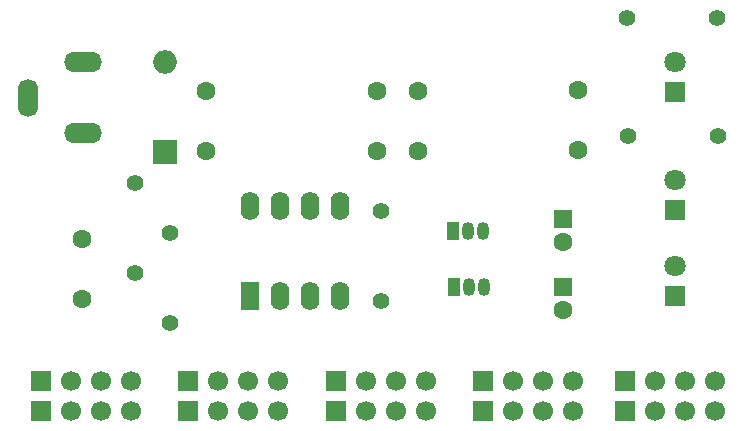
<source format=gbr>
%TF.GenerationSoftware,KiCad,Pcbnew,9.0.1*%
%TF.CreationDate,2025-08-22T12:00:28+01:00*%
%TF.ProjectId,FM_DRUM_MACHINE_POWERIN,464d5f44-5255-44d5-9f4d-414348494e45,rev?*%
%TF.SameCoordinates,Original*%
%TF.FileFunction,Soldermask,Bot*%
%TF.FilePolarity,Negative*%
%FSLAX46Y46*%
G04 Gerber Fmt 4.6, Leading zero omitted, Abs format (unit mm)*
G04 Created by KiCad (PCBNEW 9.0.1) date 2025-08-22 12:00:28*
%MOMM*%
%LPD*%
G01*
G04 APERTURE LIST*
%ADD10C,1.397000*%
%ADD11R,1.800000X1.800000*%
%ADD12C,1.800000*%
%ADD13C,1.600000*%
%ADD14R,1.700000X1.700000*%
%ADD15C,1.700000*%
%ADD16O,3.220000X1.712000*%
%ADD17O,1.712000X3.220000*%
%ADD18R,1.050000X1.500000*%
%ADD19O,1.050000X1.500000*%
%ADD20R,1.600000X1.600000*%
%ADD21R,2.000000X2.000000*%
%ADD22O,2.000000X2.000000*%
%ADD23R,1.600000X2.400000*%
%ADD24O,1.600000X2.400000*%
G04 APERTURE END LIST*
D10*
%TO.C,R5*%
X79870000Y-34250000D03*
X72250000Y-34250000D03*
%TD*%
%TO.C,R4*%
X79810000Y-24250000D03*
X72190000Y-24250000D03*
%TD*%
D11*
%TO.C,D4*%
X76250000Y-47750000D03*
D12*
X76250000Y-45210000D03*
%TD*%
D11*
%TO.C,D3*%
X76250000Y-40500000D03*
D12*
X76250000Y-37960000D03*
%TD*%
D11*
%TO.C,D2*%
X76250000Y-30500000D03*
D12*
X76250000Y-27960000D03*
%TD*%
D13*
%TO.C,C5*%
X26000000Y-42960000D03*
X26000000Y-48040000D03*
%TD*%
D10*
%TO.C,R1*%
X30500000Y-38190000D03*
X30500000Y-45810000D03*
%TD*%
D13*
%TO.C,C4*%
X68000000Y-35450000D03*
X68000000Y-30370000D03*
%TD*%
D14*
%TO.C,J5*%
X60000000Y-54960000D03*
D15*
X62540000Y-54960000D03*
X65080000Y-54960000D03*
X67620000Y-54960000D03*
%TD*%
D16*
%TO.C,J1*%
X26125000Y-34000000D03*
X26125000Y-28000000D03*
D17*
X21425000Y-31000000D03*
%TD*%
D14*
%TO.C,J6*%
X72000000Y-54960000D03*
D15*
X74540000Y-54960000D03*
X77080000Y-54960000D03*
X79620000Y-54960000D03*
%TD*%
D13*
%TO.C,C1*%
X36500000Y-30460000D03*
X36500000Y-35540000D03*
%TD*%
D14*
%TO.C,J3*%
X35000000Y-54960000D03*
D15*
X37540000Y-54960000D03*
X40080000Y-54960000D03*
X42620000Y-54960000D03*
%TD*%
D18*
%TO.C,Q1*%
X57460000Y-42250000D03*
D19*
X58730000Y-42250000D03*
X60000000Y-42250000D03*
%TD*%
D13*
%TO.C,C2*%
X51000000Y-35500000D03*
X51000000Y-30420000D03*
%TD*%
D20*
%TO.C,C6*%
X66750000Y-41250000D03*
D13*
X66750000Y-43250000D03*
%TD*%
D14*
%TO.C,J6*%
X72000000Y-57500000D03*
D15*
X74540000Y-57500000D03*
X77080000Y-57500000D03*
X79620000Y-57500000D03*
%TD*%
D14*
%TO.C,J3*%
X35000000Y-57500000D03*
D15*
X37540000Y-57500000D03*
X40080000Y-57500000D03*
X42620000Y-57500000D03*
%TD*%
D14*
%TO.C,J4*%
X47500000Y-57500000D03*
D15*
X50040000Y-57500000D03*
X52580000Y-57500000D03*
X55120000Y-57500000D03*
%TD*%
D13*
%TO.C,C3*%
X54500000Y-35490000D03*
X54500000Y-30410000D03*
%TD*%
D21*
%TO.C,D1*%
X33000000Y-35620000D03*
D22*
X33000000Y-28000000D03*
%TD*%
D10*
%TO.C,R2*%
X33500000Y-42455000D03*
X33500000Y-50075000D03*
%TD*%
%TO.C,R3*%
X51340000Y-48250000D03*
X51340000Y-40630000D03*
%TD*%
D14*
%TO.C,J5*%
X60000000Y-57500000D03*
D15*
X62540000Y-57500000D03*
X65080000Y-57500000D03*
X67620000Y-57500000D03*
%TD*%
D14*
%TO.C,J2*%
X22500000Y-54960000D03*
D15*
X25040000Y-54960000D03*
X27580000Y-54960000D03*
X30120000Y-54960000D03*
%TD*%
D18*
%TO.C,Q2*%
X57500000Y-47000000D03*
D19*
X58770000Y-47000000D03*
X60040000Y-47000000D03*
%TD*%
D23*
%TO.C,U1*%
X40200000Y-47825000D03*
D24*
X42740000Y-47825000D03*
X45280000Y-47825000D03*
X47820000Y-47825000D03*
X47820000Y-40205000D03*
X45280000Y-40205000D03*
X42740000Y-40205000D03*
X40200000Y-40205000D03*
%TD*%
D14*
%TO.C,J4*%
X47500000Y-54960000D03*
D15*
X50040000Y-54960000D03*
X52580000Y-54960000D03*
X55120000Y-54960000D03*
%TD*%
D20*
%TO.C,C7*%
X66750000Y-47000000D03*
D13*
X66750000Y-49000000D03*
%TD*%
D14*
%TO.C,J2*%
X22500000Y-57500000D03*
D15*
X25040000Y-57500000D03*
X27580000Y-57500000D03*
X30120000Y-57500000D03*
%TD*%
M02*

</source>
